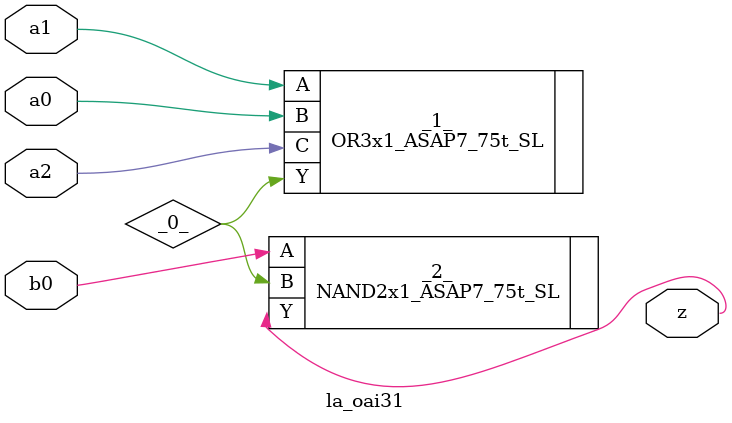
<source format=v>

/* Generated by Yosys 0.44 (git sha1 80ba43d26, g++ 11.4.0-1ubuntu1~22.04 -fPIC -O3) */

(* top =  1  *)
(* src = "generated" *)
module la_oai31 (
    a0,
    a1,
    a2,
    b0,
    z
);
  wire _0_;
  (* src = "generated" *)
  input a0;
  wire a0;
  (* src = "generated" *)
  input a1;
  wire a1;
  (* src = "generated" *)
  input a2;
  wire a2;
  (* src = "generated" *)
  input b0;
  wire b0;
  (* src = "generated" *)
  output z;
  wire z;
  OR3x1_ASAP7_75t_SL _1_ (
      .A(a1),
      .B(a0),
      .C(a2),
      .Y(_0_)
  );
  NAND2x1_ASAP7_75t_SL _2_ (
      .A(b0),
      .B(_0_),
      .Y(z)
  );
endmodule

</source>
